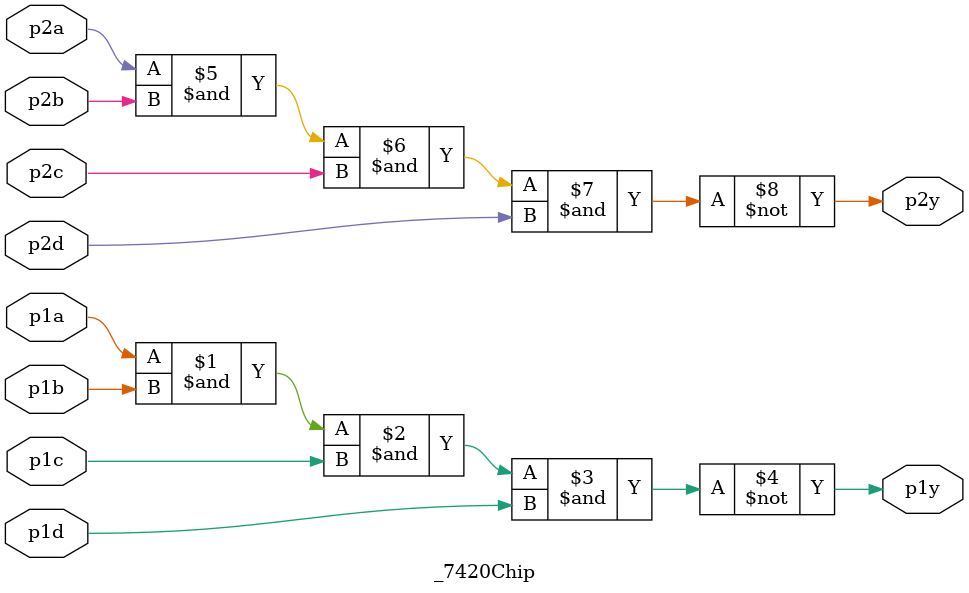
<source format=v>


module _7420Chip
(
  input p1a,
  input p1b,
  input p1c,
  input p1d,
  output p1y,
  input p2a,
  input p2b,
  input p2c,
  input p2d,
  output p2y
);

  assign p1y = ~(p1a & p1b & p1c & p1d);
  assign p2y = ~(p2a & p2b & p2c & p2d);

endmodule


</source>
